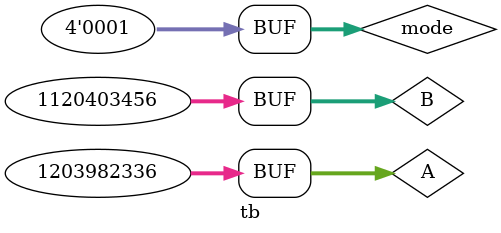
<source format=v>
`timescale 1ps/1ps
`include "../core/LU.v"

module tb ();
  // reg clk,reset;
  // reg [31:0] code;
  // reg [23:0] PC;
  // Core core(clk,reset,code,PC);

  reg [31:0] A,B;
  reg [3:0] mode;
  wire [31:0] Y;
  FPU_float floatFPU(.A(A), .B(B), .mode(mode), .Y(Y),.ZF(),.NF());


  initial begin
    mode = 4'b0001;
            
    A = 32'b01000111110000110101000000000000;
    B = 32'b01000010110010000000000000000000;
    #50;
  end
  initial begin
    $dumpfile("test.vcd");
    $dumpvars();
  end
endmodule

// 00111111011000010100011110101110
// 01000000011000010100011110101110
</source>
